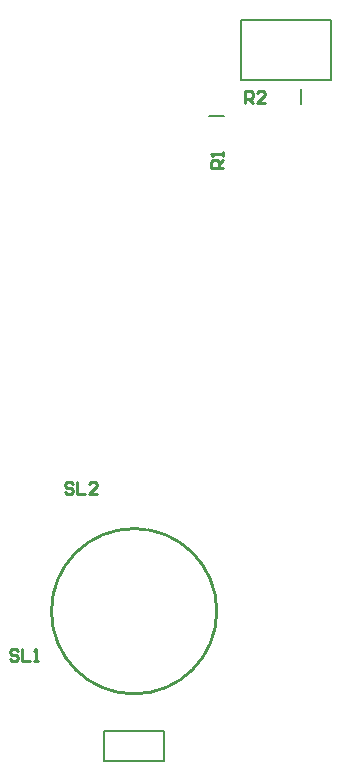
<source format=gto>
G04 Layer_Color=65535*
%FSLAX25Y25*%
%MOIN*%
G70*
G01*
G75*
%ADD14C,0.01000*%
%ADD22C,0.00787*%
D14*
X27559Y0D02*
G03*
X27559Y0I-27559J0D01*
G01*
X36940Y169526D02*
Y173525D01*
X38939D01*
X39606Y172858D01*
Y171525D01*
X38939Y170859D01*
X36940D01*
X38273D02*
X39606Y169526D01*
X43605D02*
X40939D01*
X43605Y172192D01*
Y172858D01*
X42938Y173525D01*
X41605D01*
X40939Y172858D01*
X-20334Y42332D02*
X-21001Y42999D01*
X-22333D01*
X-23000Y42332D01*
Y41666D01*
X-22333Y40999D01*
X-21001D01*
X-20334Y40333D01*
Y39666D01*
X-21001Y39000D01*
X-22333D01*
X-23000Y39666D01*
X-19001Y42999D02*
Y39000D01*
X-16335D01*
X-12337D02*
X-15003D01*
X-12337Y41666D01*
Y42332D01*
X-13003Y42999D01*
X-14336D01*
X-15003Y42332D01*
X-38834Y-13168D02*
X-39501Y-12501D01*
X-40834D01*
X-41500Y-13168D01*
Y-13834D01*
X-40834Y-14501D01*
X-39501D01*
X-38834Y-15167D01*
Y-15834D01*
X-39501Y-16500D01*
X-40834D01*
X-41500Y-15834D01*
X-37501Y-12501D02*
Y-16500D01*
X-34835D01*
X-33503D02*
X-32170D01*
X-32836D01*
Y-12501D01*
X-33503Y-13168D01*
X29540Y147826D02*
X25541D01*
Y149825D01*
X26208Y150492D01*
X27541D01*
X28207Y149825D01*
Y147826D01*
Y149159D02*
X29540Y150492D01*
Y151825D02*
Y153158D01*
Y152491D01*
X25541D01*
X26208Y151825D01*
D22*
X-10000Y-50000D02*
X10000D01*
Y-40000D01*
X-10000D02*
X10000D01*
X-10000Y-50000D02*
Y-40000D01*
X65709Y177087D02*
Y197087D01*
X35709Y177087D02*
Y197087D01*
X65709D01*
X35709Y177087D02*
X65709D01*
X46542D02*
X65709D01*
X55500Y168941D02*
Y174059D01*
X24941Y165000D02*
X30059D01*
M02*

</source>
